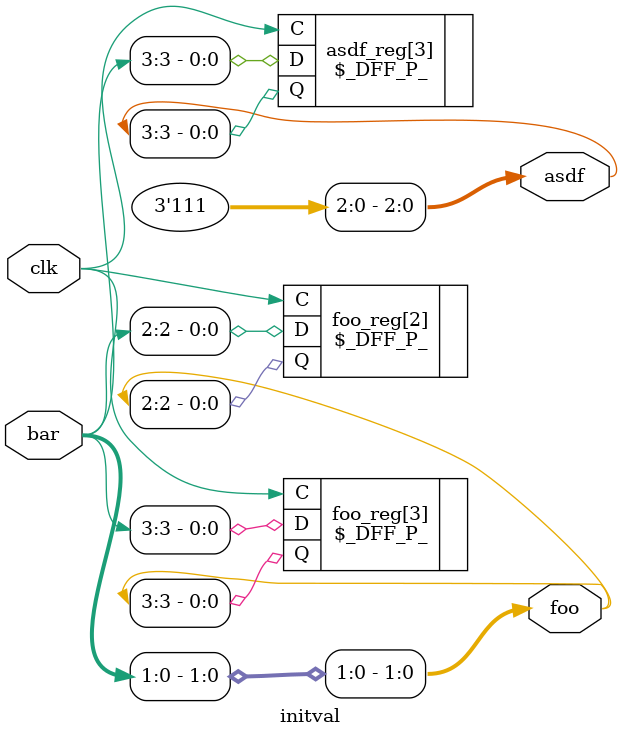
<source format=v>
/* Generated by Yosys 0.62+39 (git sha1 131911291-dirty, g++ 11.4.0-1ubuntu1~22.04.2 -Og -fPIC) */

(* src = "dut.sv:1.1-21.10" *)
(* top =  1  *)
module initval(clk, bar, foo, asdf);
  (* src = "dut.sv:1.22-1.25" *)
  input clk;
  wire clk;
  (* src = "dut.sv:1.39-1.42" *)
  input [3:0] bar;
  wire [3:0] bar;
  (* init = 4'b00xx *)
  (* src = "dut.sv:1.57-1.60" *)
  output [3:0] foo;
  wire [3:0] foo;
  (* init = 4'b1xxx *)
  (* src = "dut.sv:1.62-1.66" *)
  output [3:0] asdf;
  wire [3:0] asdf;
  (* \always_ff  = 32'd1 *)
  (* src = "dut.sv:15.3-16.23" *)
  \$_DFF_P_  \asdf_reg[3]  /* _0_ */ (
    .C(clk),
    .D(bar[3]),
    .Q(asdf[3])
  );
  (* \always_ff  = 32'd1 *)
  (* src = "dut.sv:9.3-10.26" *)
  \$_DFF_P_  \foo_reg[2]  /* _1_ */ (
    .C(clk),
    .D(bar[2]),
    .Q(foo[2])
  );
  (* \always_ff  = 32'd1 *)
  (* src = "dut.sv:9.3-10.26" *)
  \$_DFF_P_  \foo_reg[3]  /* _2_ */ (
    .C(clk),
    .D(bar[3]),
    .Q(foo[3])
  );
  assign asdf[2:0] = 3'h7;
  assign foo[1:0] = bar[1:0];
endmodule

</source>
